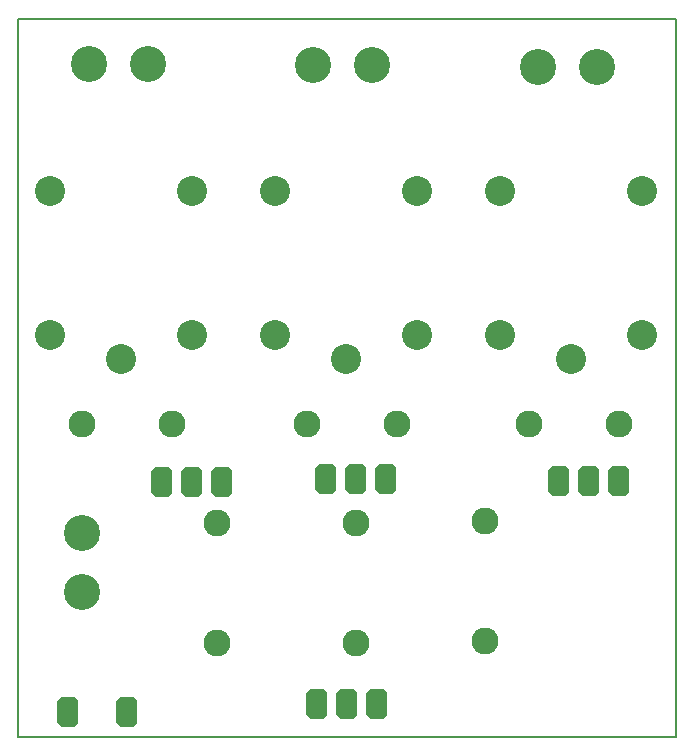
<source format=gbr>
G04 PROTEUS GERBER X2 FILE*
%TF.GenerationSoftware,Labcenter,Proteus,8.8-SP1-Build27031*%
%TF.CreationDate,2021-01-10T00:14:03+00:00*%
%TF.FileFunction,Copper,L1,Top*%
%TF.FilePolarity,Positive*%
%TF.Part,Single*%
%TF.SameCoordinates,{98ac7ad0-3a1b-4910-adea-4d28a6190023}*%
%FSLAX45Y45*%
%MOMM*%
G01*
%TA.AperFunction,ComponentPad*%
%ADD10C,2.540000*%
%TA.AperFunction,ComponentPad*%
%ADD11C,2.286000*%
%AMDIL002*
4,1,8,
-0.889000,0.965200,-0.584200,1.270000,0.584200,1.270000,0.889000,0.965200,0.889000,-0.965200,
0.584200,-1.270000,-0.584200,-1.270000,-0.889000,-0.965200,-0.889000,0.965200,
0*%
%TA.AperFunction,ComponentPad*%
%ADD12DIL002*%
%TA.AperFunction,ComponentPad*%
%ADD13C,3.048000*%
%TA.AperFunction,Profile*%
%ADD14C,0.203200*%
%TD.AperFunction*%
D10*
X-9017000Y+381000D03*
X-7817000Y+381000D03*
X-8417000Y+181000D03*
X-9017000Y+1601000D03*
X-7817000Y+1601000D03*
X-7112000Y+381000D03*
X-5912000Y+381000D03*
X-6512000Y+181000D03*
X-7112000Y+1601000D03*
X-5912000Y+1601000D03*
D11*
X-7985760Y-365760D03*
X-8747760Y-365760D03*
X-6078220Y-368300D03*
X-6840220Y-368300D03*
X-4201160Y-368300D03*
X-4963160Y-368300D03*
D10*
X-5207000Y+381000D03*
X-4007000Y+381000D03*
X-4607000Y+181000D03*
X-5207000Y+1601000D03*
X-4007000Y+1601000D03*
D12*
X-8074660Y-861060D03*
X-7820660Y-861060D03*
X-7566660Y-861060D03*
X-6680200Y-838200D03*
X-6426200Y-838200D03*
X-6172200Y-838200D03*
X-4711700Y-850900D03*
X-4457700Y-850900D03*
X-4203700Y-850900D03*
D11*
X-6426200Y-2222500D03*
X-6426200Y-1206500D03*
X-5334000Y-2209800D03*
X-5334000Y-1193800D03*
X-7607300Y-2222500D03*
X-7607300Y-1206500D03*
D13*
X-8686800Y+2679700D03*
X-8186420Y+2679700D03*
D12*
X-6761480Y-2743200D03*
X-6507480Y-2743200D03*
X-6253480Y-2743200D03*
D13*
X-6794500Y+2667000D03*
X-6294120Y+2667000D03*
X-4889500Y+2654300D03*
X-4389120Y+2654300D03*
D12*
X-8366760Y-2804160D03*
X-8867140Y-2804160D03*
D13*
X-8747760Y-1793240D03*
X-8747760Y-1292860D03*
D14*
X-9292760Y-3016620D02*
X-3718540Y-3016620D01*
X-3718540Y+3064140D01*
X-9292760Y+3064140D01*
X-9292760Y-3016620D01*
M02*

</source>
